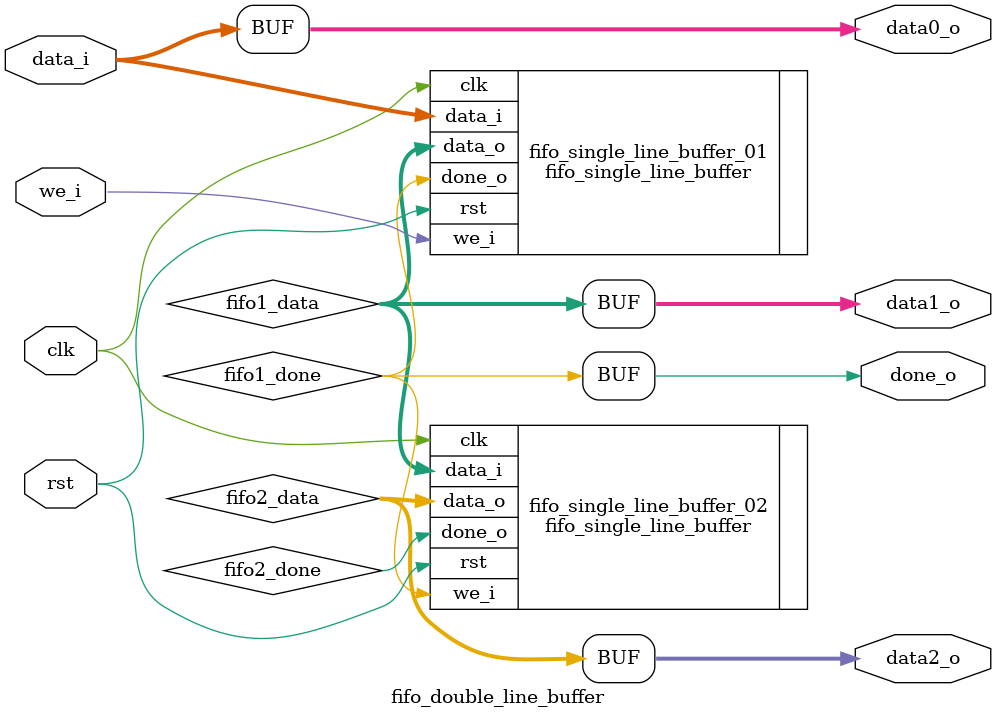
<source format=v>
`timescale 1ns / 1ps


module fifo_double_line_buffer(
    input        clk,
    input        rst,
    
    input        we_i,
    input  [7:0] data_i,
    
    output [7:0] data0_o,
    output [7:0] data1_o,
    output [7:0] data2_o,
    output       done_o
);

wire [7:0] fifo1_data;
wire [7:0] fifo2_data;

wire       fifo1_done;
wire       fifo2_done;

fifo_single_line_buffer fifo_single_line_buffer_01(
    .clk    (clk),
    .rst    (rst),
    
    .we_i   (we_i),
    .data_i (data_i),
    
    .data_o (fifo1_data),
    .done_o (fifo1_done)
);

fifo_single_line_buffer fifo_single_line_buffer_02(
    .clk    (clk),
    .rst    (rst),
    
    .we_i   (fifo1_done),
    .data_i (fifo1_data),
    
    .data_o (fifo2_data),
    .done_o (fifo2_done)
);

assign data0_o = data_i;
assign data1_o = fifo1_data;
assign data2_o = fifo2_data;

assign done_o  = fifo1_done;

endmodule

</source>
